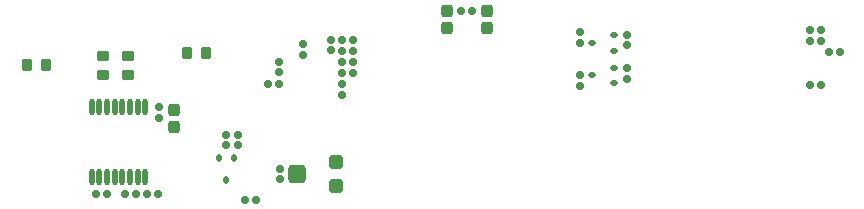
<source format=gbp>
G04*
G04 #@! TF.GenerationSoftware,Altium Limited,Altium Designer,24.10.1 (45)*
G04*
G04 Layer_Color=128*
%FSAX25Y25*%
%MOIN*%
G70*
G04*
G04 #@! TF.SameCoordinates,EC905C38-5B55-41C3-8357-A0E4B0657E30*
G04*
G04*
G04 #@! TF.FilePolarity,Positive*
G04*
G01*
G75*
G04:AMPARAMS|DCode=25|XSize=37.4mil|YSize=41.34mil|CornerRadius=9.35mil|HoleSize=0mil|Usage=FLASHONLY|Rotation=0.000|XOffset=0mil|YOffset=0mil|HoleType=Round|Shape=RoundedRectangle|*
%AMROUNDEDRECTD25*
21,1,0.03740,0.02264,0,0,0.0*
21,1,0.01870,0.04134,0,0,0.0*
1,1,0.01870,0.00935,-0.01132*
1,1,0.01870,-0.00935,-0.01132*
1,1,0.01870,-0.00935,0.01132*
1,1,0.01870,0.00935,0.01132*
%
%ADD25ROUNDEDRECTD25*%
G04:AMPARAMS|DCode=26|XSize=39.37mil|YSize=35.43mil|CornerRadius=8.86mil|HoleSize=0mil|Usage=FLASHONLY|Rotation=270.000|XOffset=0mil|YOffset=0mil|HoleType=Round|Shape=RoundedRectangle|*
%AMROUNDEDRECTD26*
21,1,0.03937,0.01772,0,0,270.0*
21,1,0.02165,0.03543,0,0,270.0*
1,1,0.01772,-0.00886,-0.01083*
1,1,0.01772,-0.00886,0.01083*
1,1,0.01772,0.00886,0.01083*
1,1,0.01772,0.00886,-0.01083*
%
%ADD26ROUNDEDRECTD26*%
G04:AMPARAMS|DCode=27|XSize=23.62mil|YSize=23.62mil|CornerRadius=5.91mil|HoleSize=0mil|Usage=FLASHONLY|Rotation=270.000|XOffset=0mil|YOffset=0mil|HoleType=Round|Shape=RoundedRectangle|*
%AMROUNDEDRECTD27*
21,1,0.02362,0.01181,0,0,270.0*
21,1,0.01181,0.02362,0,0,270.0*
1,1,0.01181,-0.00591,-0.00591*
1,1,0.01181,-0.00591,0.00591*
1,1,0.01181,0.00591,0.00591*
1,1,0.01181,0.00591,-0.00591*
%
%ADD27ROUNDEDRECTD27*%
G04:AMPARAMS|DCode=29|XSize=25.2mil|YSize=25.2mil|CornerRadius=6.3mil|HoleSize=0mil|Usage=FLASHONLY|Rotation=180.000|XOffset=0mil|YOffset=0mil|HoleType=Round|Shape=RoundedRectangle|*
%AMROUNDEDRECTD29*
21,1,0.02520,0.01260,0,0,180.0*
21,1,0.01260,0.02520,0,0,180.0*
1,1,0.01260,-0.00630,0.00630*
1,1,0.01260,0.00630,0.00630*
1,1,0.01260,0.00630,-0.00630*
1,1,0.01260,-0.00630,-0.00630*
%
%ADD29ROUNDEDRECTD29*%
G04:AMPARAMS|DCode=30|XSize=25.2mil|YSize=25.2mil|CornerRadius=6.3mil|HoleSize=0mil|Usage=FLASHONLY|Rotation=270.000|XOffset=0mil|YOffset=0mil|HoleType=Round|Shape=RoundedRectangle|*
%AMROUNDEDRECTD30*
21,1,0.02520,0.01260,0,0,270.0*
21,1,0.01260,0.02520,0,0,270.0*
1,1,0.01260,-0.00630,-0.00630*
1,1,0.01260,-0.00630,0.00630*
1,1,0.01260,0.00630,0.00630*
1,1,0.01260,0.00630,-0.00630*
%
%ADD30ROUNDEDRECTD30*%
%ADD42O,0.01772X0.05512*%
G04:AMPARAMS|DCode=47|XSize=23.62mil|YSize=23.62mil|CornerRadius=5.91mil|HoleSize=0mil|Usage=FLASHONLY|Rotation=0.000|XOffset=0mil|YOffset=0mil|HoleType=Round|Shape=RoundedRectangle|*
%AMROUNDEDRECTD47*
21,1,0.02362,0.01181,0,0,0.0*
21,1,0.01181,0.02362,0,0,0.0*
1,1,0.01181,0.00591,-0.00591*
1,1,0.01181,-0.00591,-0.00591*
1,1,0.01181,-0.00591,0.00591*
1,1,0.01181,0.00591,0.00591*
%
%ADD47ROUNDEDRECTD47*%
G04:AMPARAMS|DCode=51|XSize=39.37mil|YSize=35.43mil|CornerRadius=8.86mil|HoleSize=0mil|Usage=FLASHONLY|Rotation=0.000|XOffset=0mil|YOffset=0mil|HoleType=Round|Shape=RoundedRectangle|*
%AMROUNDEDRECTD51*
21,1,0.03937,0.01772,0,0,0.0*
21,1,0.02165,0.03543,0,0,0.0*
1,1,0.01772,0.01083,-0.00886*
1,1,0.01772,-0.01083,-0.00886*
1,1,0.01772,-0.01083,0.00886*
1,1,0.01772,0.01083,0.00886*
%
%ADD51ROUNDEDRECTD51*%
G04:AMPARAMS|DCode=111|XSize=62.99mil|YSize=59.06mil|CornerRadius=14.76mil|HoleSize=0mil|Usage=FLASHONLY|Rotation=270.000|XOffset=0mil|YOffset=0mil|HoleType=Round|Shape=RoundedRectangle|*
%AMROUNDEDRECTD111*
21,1,0.06299,0.02953,0,0,270.0*
21,1,0.03347,0.05906,0,0,270.0*
1,1,0.02953,-0.01476,-0.01673*
1,1,0.02953,-0.01476,0.01673*
1,1,0.02953,0.01476,0.01673*
1,1,0.02953,0.01476,-0.01673*
%
%ADD111ROUNDEDRECTD111*%
G04:AMPARAMS|DCode=112|XSize=47.24mil|YSize=47.24mil|CornerRadius=11.81mil|HoleSize=0mil|Usage=FLASHONLY|Rotation=270.000|XOffset=0mil|YOffset=0mil|HoleType=Round|Shape=RoundedRectangle|*
%AMROUNDEDRECTD112*
21,1,0.04724,0.02362,0,0,270.0*
21,1,0.02362,0.04724,0,0,270.0*
1,1,0.02362,-0.01181,-0.01181*
1,1,0.02362,-0.01181,0.01181*
1,1,0.02362,0.01181,0.01181*
1,1,0.02362,0.01181,-0.01181*
%
%ADD112ROUNDEDRECTD112*%
G04:AMPARAMS|DCode=113|XSize=18.5mil|YSize=23.62mil|CornerRadius=4.63mil|HoleSize=0mil|Usage=FLASHONLY|Rotation=270.000|XOffset=0mil|YOffset=0mil|HoleType=Round|Shape=RoundedRectangle|*
%AMROUNDEDRECTD113*
21,1,0.01850,0.01437,0,0,270.0*
21,1,0.00925,0.02362,0,0,270.0*
1,1,0.00925,-0.00719,-0.00463*
1,1,0.00925,-0.00719,0.00463*
1,1,0.00925,0.00719,0.00463*
1,1,0.00925,0.00719,-0.00463*
%
%ADD113ROUNDEDRECTD113*%
G04:AMPARAMS|DCode=114|XSize=18.5mil|YSize=23.62mil|CornerRadius=4.63mil|HoleSize=0mil|Usage=FLASHONLY|Rotation=0.000|XOffset=0mil|YOffset=0mil|HoleType=Round|Shape=RoundedRectangle|*
%AMROUNDEDRECTD114*
21,1,0.01850,0.01437,0,0,0.0*
21,1,0.00925,0.02362,0,0,0.0*
1,1,0.00925,0.00463,-0.00719*
1,1,0.00925,-0.00463,-0.00719*
1,1,0.00925,-0.00463,0.00719*
1,1,0.00925,0.00463,0.00719*
%
%ADD114ROUNDEDRECTD114*%
D25*
X0113583Y0034252D02*
D03*
Y0039961D02*
D03*
X0204429Y0067224D02*
D03*
Y0072933D02*
D03*
X0217815Y0067224D02*
D03*
Y0072933D02*
D03*
D26*
X0064567Y0055020D02*
D03*
X0124114Y0059055D02*
D03*
X0117815D02*
D03*
X0070866Y0055020D02*
D03*
D27*
X0329134Y0066831D02*
D03*
X0325591D02*
D03*
X0329134Y0063090D02*
D03*
X0325591D02*
D03*
X0335531Y0059350D02*
D03*
X0331988D02*
D03*
X0104527Y0012205D02*
D03*
X0108071D02*
D03*
X0100787Y0012106D02*
D03*
X0097244D02*
D03*
X0091142D02*
D03*
X0087598D02*
D03*
X0209350Y0073032D02*
D03*
X0212894D02*
D03*
X0137303Y0010039D02*
D03*
X0140847D02*
D03*
D29*
X0108563Y0041083D02*
D03*
Y0037461D02*
D03*
X0173327Y0055945D02*
D03*
Y0052323D02*
D03*
X0156398Y0058524D02*
D03*
Y0062146D02*
D03*
X0165748Y0063524D02*
D03*
Y0059902D02*
D03*
X0169390Y0048661D02*
D03*
Y0045039D02*
D03*
D30*
X0325551Y0048425D02*
D03*
X0329173D02*
D03*
X0148661Y0048720D02*
D03*
X0145039D02*
D03*
D42*
X0104035Y0017815D02*
D03*
X0101476D02*
D03*
X0098917D02*
D03*
X0096358D02*
D03*
X0093799D02*
D03*
X0091240D02*
D03*
X0088681D02*
D03*
X0086122D02*
D03*
X0104035Y0041043D02*
D03*
X0101476D02*
D03*
X0098917D02*
D03*
X0096358D02*
D03*
X0093799D02*
D03*
X0091240D02*
D03*
X0088681D02*
D03*
X0086122D02*
D03*
D47*
X0148819Y0020472D02*
D03*
Y0016929D02*
D03*
X0248917Y0048031D02*
D03*
Y0051575D02*
D03*
X0248917Y0065945D02*
D03*
Y0062402D02*
D03*
X0264567Y0053937D02*
D03*
Y0050394D02*
D03*
Y0065158D02*
D03*
Y0061614D02*
D03*
X0169587Y0063287D02*
D03*
Y0059744D02*
D03*
X0173327Y0059744D02*
D03*
Y0063287D02*
D03*
X0131004Y0031791D02*
D03*
Y0028248D02*
D03*
X0148622Y0056201D02*
D03*
Y0052658D02*
D03*
X0134744Y0031791D02*
D03*
Y0028248D02*
D03*
X0169488Y0056004D02*
D03*
Y0052461D02*
D03*
D51*
X0089862Y0058071D02*
D03*
X0098228D02*
D03*
X0089862Y0051772D02*
D03*
X0098228D02*
D03*
D111*
X0154626Y0018701D02*
D03*
D112*
X0167421Y0014764D02*
D03*
Y0022638D02*
D03*
D113*
X0252854Y0051575D02*
D03*
X0260335Y0054134D02*
D03*
Y0049016D02*
D03*
X0252854Y0062402D02*
D03*
X0260335Y0064961D02*
D03*
Y0059842D02*
D03*
D114*
X0131004Y0016732D02*
D03*
X0128445Y0024213D02*
D03*
X0133563D02*
D03*
M02*

</source>
